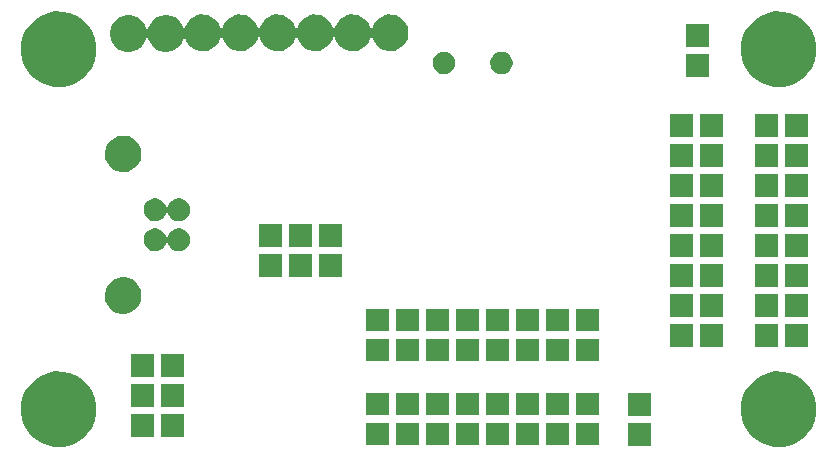
<source format=gbr>
G04 #@! TF.FileFunction,Soldermask,Top*
%FSLAX46Y46*%
G04 Gerber Fmt 4.6, Leading zero omitted, Abs format (unit mm)*
G04 Created by KiCad (PCBNEW no-vcs-found-undefined) date Sun Nov 13 20:57:18 2016*
%MOMM*%
%LPD*%
G01*
G04 APERTURE LIST*
%ADD10C,0.150000*%
G04 APERTURE END LIST*
D10*
G36*
X5416110Y8277872D02*
X6030848Y8151685D01*
X6609363Y7908500D01*
X7129631Y7557574D01*
X7571824Y7112283D01*
X7919105Y6589582D01*
X8158249Y6009378D01*
X8280004Y5394466D01*
X8280004Y5394449D01*
X8280137Y5393776D01*
X8270128Y4676993D01*
X8269977Y4676330D01*
X8269977Y4676306D01*
X8131099Y4065032D01*
X7875851Y3491739D01*
X7514107Y2978933D01*
X7059653Y2546162D01*
X6529787Y2209900D01*
X5944712Y1982964D01*
X5326688Y1873989D01*
X4699273Y1887132D01*
X4086359Y2021890D01*
X3511293Y2273129D01*
X2995980Y2631282D01*
X2560044Y3082706D01*
X2220093Y3610208D01*
X1989075Y4193693D01*
X1875790Y4810936D01*
X1884551Y5438424D01*
X2015027Y6052266D01*
X2262248Y6629075D01*
X2616795Y7146877D01*
X3065163Y7585952D01*
X3590276Y7929576D01*
X4172132Y8164661D01*
X4788571Y8282254D01*
X5416110Y8277872D01*
X5416110Y8277872D01*
G37*
G36*
X66376110Y8277872D02*
X66990848Y8151685D01*
X67569363Y7908500D01*
X68089631Y7557574D01*
X68531824Y7112283D01*
X68879105Y6589582D01*
X69118249Y6009378D01*
X69240004Y5394466D01*
X69240004Y5394449D01*
X69240137Y5393776D01*
X69230128Y4676993D01*
X69229977Y4676330D01*
X69229977Y4676306D01*
X69091099Y4065032D01*
X68835851Y3491739D01*
X68474107Y2978933D01*
X68019653Y2546162D01*
X67489787Y2209900D01*
X66904712Y1982964D01*
X66286688Y1873989D01*
X65659273Y1887132D01*
X65046359Y2021890D01*
X64471293Y2273129D01*
X63955980Y2631282D01*
X63520044Y3082706D01*
X63180093Y3610208D01*
X62949075Y4193693D01*
X62835790Y4810936D01*
X62844551Y5438424D01*
X62975027Y6052266D01*
X63222248Y6629075D01*
X63576795Y7146877D01*
X64025163Y7585952D01*
X64550276Y7929576D01*
X65132132Y8164661D01*
X65748571Y8282254D01*
X66376110Y8277872D01*
X66376110Y8277872D01*
G37*
G36*
X55191000Y1959000D02*
X53267000Y1959000D01*
X53267000Y3883000D01*
X55191000Y3883000D01*
X55191000Y1959000D01*
X55191000Y1959000D01*
G37*
G36*
X35569500Y2022500D02*
X33645500Y2022500D01*
X33645500Y3946500D01*
X35569500Y3946500D01*
X35569500Y2022500D01*
X35569500Y2022500D01*
G37*
G36*
X33029500Y2022500D02*
X31105500Y2022500D01*
X31105500Y3946500D01*
X33029500Y3946500D01*
X33029500Y2022500D01*
X33029500Y2022500D01*
G37*
G36*
X38109500Y2022500D02*
X36185500Y2022500D01*
X36185500Y3946500D01*
X38109500Y3946500D01*
X38109500Y2022500D01*
X38109500Y2022500D01*
G37*
G36*
X40649500Y2022500D02*
X38725500Y2022500D01*
X38725500Y3946500D01*
X40649500Y3946500D01*
X40649500Y2022500D01*
X40649500Y2022500D01*
G37*
G36*
X50809500Y2022500D02*
X48885500Y2022500D01*
X48885500Y3946500D01*
X50809500Y3946500D01*
X50809500Y2022500D01*
X50809500Y2022500D01*
G37*
G36*
X48269500Y2022500D02*
X46345500Y2022500D01*
X46345500Y3946500D01*
X48269500Y3946500D01*
X48269500Y2022500D01*
X48269500Y2022500D01*
G37*
G36*
X45729500Y2022500D02*
X43805500Y2022500D01*
X43805500Y3946500D01*
X45729500Y3946500D01*
X45729500Y2022500D01*
X45729500Y2022500D01*
G37*
G36*
X43189500Y2022500D02*
X41265500Y2022500D01*
X41265500Y3946500D01*
X43189500Y3946500D01*
X43189500Y2022500D01*
X43189500Y2022500D01*
G37*
G36*
X13154000Y2721000D02*
X11230000Y2721000D01*
X11230000Y4645000D01*
X13154000Y4645000D01*
X13154000Y2721000D01*
X13154000Y2721000D01*
G37*
G36*
X15694000Y2721000D02*
X13770000Y2721000D01*
X13770000Y4645000D01*
X15694000Y4645000D01*
X15694000Y2721000D01*
X15694000Y2721000D01*
G37*
G36*
X55191000Y4499000D02*
X53267000Y4499000D01*
X53267000Y6423000D01*
X55191000Y6423000D01*
X55191000Y4499000D01*
X55191000Y4499000D01*
G37*
G36*
X48269500Y4562500D02*
X46345500Y4562500D01*
X46345500Y6486500D01*
X48269500Y6486500D01*
X48269500Y4562500D01*
X48269500Y4562500D01*
G37*
G36*
X43189500Y4562500D02*
X41265500Y4562500D01*
X41265500Y6486500D01*
X43189500Y6486500D01*
X43189500Y4562500D01*
X43189500Y4562500D01*
G37*
G36*
X40649500Y4562500D02*
X38725500Y4562500D01*
X38725500Y6486500D01*
X40649500Y6486500D01*
X40649500Y4562500D01*
X40649500Y4562500D01*
G37*
G36*
X38109500Y4562500D02*
X36185500Y4562500D01*
X36185500Y6486500D01*
X38109500Y6486500D01*
X38109500Y4562500D01*
X38109500Y4562500D01*
G37*
G36*
X35569500Y4562500D02*
X33645500Y4562500D01*
X33645500Y6486500D01*
X35569500Y6486500D01*
X35569500Y4562500D01*
X35569500Y4562500D01*
G37*
G36*
X33029500Y4562500D02*
X31105500Y4562500D01*
X31105500Y6486500D01*
X33029500Y6486500D01*
X33029500Y4562500D01*
X33029500Y4562500D01*
G37*
G36*
X45729500Y4562500D02*
X43805500Y4562500D01*
X43805500Y6486500D01*
X45729500Y6486500D01*
X45729500Y4562500D01*
X45729500Y4562500D01*
G37*
G36*
X50809500Y4562500D02*
X48885500Y4562500D01*
X48885500Y6486500D01*
X50809500Y6486500D01*
X50809500Y4562500D01*
X50809500Y4562500D01*
G37*
G36*
X15694000Y5261000D02*
X13770000Y5261000D01*
X13770000Y7185000D01*
X15694000Y7185000D01*
X15694000Y5261000D01*
X15694000Y5261000D01*
G37*
G36*
X13154000Y5261000D02*
X11230000Y5261000D01*
X11230000Y7185000D01*
X13154000Y7185000D01*
X13154000Y5261000D01*
X13154000Y5261000D01*
G37*
G36*
X15694000Y7801000D02*
X13770000Y7801000D01*
X13770000Y9725000D01*
X15694000Y9725000D01*
X15694000Y7801000D01*
X15694000Y7801000D01*
G37*
G36*
X13154000Y7801000D02*
X11230000Y7801000D01*
X11230000Y9725000D01*
X13154000Y9725000D01*
X13154000Y7801000D01*
X13154000Y7801000D01*
G37*
G36*
X33029500Y9134500D02*
X31105500Y9134500D01*
X31105500Y11058500D01*
X33029500Y11058500D01*
X33029500Y9134500D01*
X33029500Y9134500D01*
G37*
G36*
X43189500Y9134500D02*
X41265500Y9134500D01*
X41265500Y11058500D01*
X43189500Y11058500D01*
X43189500Y9134500D01*
X43189500Y9134500D01*
G37*
G36*
X40649500Y9134500D02*
X38725500Y9134500D01*
X38725500Y11058500D01*
X40649500Y11058500D01*
X40649500Y9134500D01*
X40649500Y9134500D01*
G37*
G36*
X45729500Y9134500D02*
X43805500Y9134500D01*
X43805500Y11058500D01*
X45729500Y11058500D01*
X45729500Y9134500D01*
X45729500Y9134500D01*
G37*
G36*
X50809500Y9134500D02*
X48885500Y9134500D01*
X48885500Y11058500D01*
X50809500Y11058500D01*
X50809500Y9134500D01*
X50809500Y9134500D01*
G37*
G36*
X38109500Y9134500D02*
X36185500Y9134500D01*
X36185500Y11058500D01*
X38109500Y11058500D01*
X38109500Y9134500D01*
X38109500Y9134500D01*
G37*
G36*
X35569500Y9134500D02*
X33645500Y9134500D01*
X33645500Y11058500D01*
X35569500Y11058500D01*
X35569500Y9134500D01*
X35569500Y9134500D01*
G37*
G36*
X48269500Y9134500D02*
X46345500Y9134500D01*
X46345500Y11058500D01*
X48269500Y11058500D01*
X48269500Y9134500D01*
X48269500Y9134500D01*
G37*
G36*
X61287000Y10341000D02*
X59363000Y10341000D01*
X59363000Y12265000D01*
X61287000Y12265000D01*
X61287000Y10341000D01*
X61287000Y10341000D01*
G37*
G36*
X68526000Y10341000D02*
X66602000Y10341000D01*
X66602000Y12265000D01*
X68526000Y12265000D01*
X68526000Y10341000D01*
X68526000Y10341000D01*
G37*
G36*
X65986000Y10341000D02*
X64062000Y10341000D01*
X64062000Y12265000D01*
X65986000Y12265000D01*
X65986000Y10341000D01*
X65986000Y10341000D01*
G37*
G36*
X58747000Y10341000D02*
X56823000Y10341000D01*
X56823000Y12265000D01*
X58747000Y12265000D01*
X58747000Y10341000D01*
X58747000Y10341000D01*
G37*
G36*
X40649500Y11674500D02*
X38725500Y11674500D01*
X38725500Y13598500D01*
X40649500Y13598500D01*
X40649500Y11674500D01*
X40649500Y11674500D01*
G37*
G36*
X38109500Y11674500D02*
X36185500Y11674500D01*
X36185500Y13598500D01*
X38109500Y13598500D01*
X38109500Y11674500D01*
X38109500Y11674500D01*
G37*
G36*
X35569500Y11674500D02*
X33645500Y11674500D01*
X33645500Y13598500D01*
X35569500Y13598500D01*
X35569500Y11674500D01*
X35569500Y11674500D01*
G37*
G36*
X33029500Y11674500D02*
X31105500Y11674500D01*
X31105500Y13598500D01*
X33029500Y13598500D01*
X33029500Y11674500D01*
X33029500Y11674500D01*
G37*
G36*
X43189500Y11674500D02*
X41265500Y11674500D01*
X41265500Y13598500D01*
X43189500Y13598500D01*
X43189500Y11674500D01*
X43189500Y11674500D01*
G37*
G36*
X45729500Y11674500D02*
X43805500Y11674500D01*
X43805500Y13598500D01*
X45729500Y13598500D01*
X45729500Y11674500D01*
X45729500Y11674500D01*
G37*
G36*
X48269500Y11674500D02*
X46345500Y11674500D01*
X46345500Y13598500D01*
X48269500Y13598500D01*
X48269500Y11674500D01*
X48269500Y11674500D01*
G37*
G36*
X50809500Y11674500D02*
X48885500Y11674500D01*
X48885500Y13598500D01*
X50809500Y13598500D01*
X50809500Y11674500D01*
X50809500Y11674500D01*
G37*
G36*
X68526000Y12881000D02*
X66602000Y12881000D01*
X66602000Y14805000D01*
X68526000Y14805000D01*
X68526000Y12881000D01*
X68526000Y12881000D01*
G37*
G36*
X58747000Y12881000D02*
X56823000Y12881000D01*
X56823000Y14805000D01*
X58747000Y14805000D01*
X58747000Y12881000D01*
X58747000Y12881000D01*
G37*
G36*
X61287000Y12881000D02*
X59363000Y12881000D01*
X59363000Y14805000D01*
X61287000Y14805000D01*
X61287000Y12881000D01*
X61287000Y12881000D01*
G37*
G36*
X65986000Y12881000D02*
X64062000Y12881000D01*
X64062000Y14805000D01*
X65986000Y14805000D01*
X65986000Y12881000D01*
X65986000Y12881000D01*
G37*
G36*
X10703805Y16250501D02*
X11001572Y16189379D01*
X11281791Y16071586D01*
X11533799Y15901604D01*
X11747987Y15685916D01*
X11916202Y15432731D01*
X12032039Y15151691D01*
X12090944Y14854196D01*
X12090944Y14854179D01*
X12091077Y14853506D01*
X12086229Y14506312D01*
X12086077Y14505644D01*
X12086077Y14505625D01*
X12018889Y14209895D01*
X11895248Y13932193D01*
X11720032Y13683810D01*
X11499903Y13474183D01*
X11243244Y13311303D01*
X10959850Y13201381D01*
X10660490Y13148596D01*
X10356584Y13154962D01*
X10059701Y13220236D01*
X9781152Y13341931D01*
X9531545Y13515412D01*
X9320387Y13734073D01*
X9155721Y13989584D01*
X9043821Y14272212D01*
X8988948Y14571192D01*
X8993192Y14875132D01*
X9056392Y15172464D01*
X9176141Y15451861D01*
X9347876Y15702672D01*
X9565056Y15915351D01*
X9819408Y16081794D01*
X10101247Y16195665D01*
X10399838Y16252624D01*
X10703805Y16250501D01*
X10703805Y16250501D01*
G37*
G36*
X65986000Y15421000D02*
X64062000Y15421000D01*
X64062000Y17345000D01*
X65986000Y17345000D01*
X65986000Y15421000D01*
X65986000Y15421000D01*
G37*
G36*
X68526000Y15421000D02*
X66602000Y15421000D01*
X66602000Y17345000D01*
X68526000Y17345000D01*
X68526000Y15421000D01*
X68526000Y15421000D01*
G37*
G36*
X61287000Y15421000D02*
X59363000Y15421000D01*
X59363000Y17345000D01*
X61287000Y17345000D01*
X61287000Y15421000D01*
X61287000Y15421000D01*
G37*
G36*
X58747000Y15421000D02*
X56823000Y15421000D01*
X56823000Y17345000D01*
X58747000Y17345000D01*
X58747000Y15421000D01*
X58747000Y15421000D01*
G37*
G36*
X26489000Y16310000D02*
X24565000Y16310000D01*
X24565000Y18234000D01*
X26489000Y18234000D01*
X26489000Y16310000D01*
X26489000Y16310000D01*
G37*
G36*
X23949000Y16310000D02*
X22025000Y16310000D01*
X22025000Y18234000D01*
X23949000Y18234000D01*
X23949000Y16310000D01*
X23949000Y16310000D01*
G37*
G36*
X29029000Y16310000D02*
X27105000Y16310000D01*
X27105000Y18234000D01*
X29029000Y18234000D01*
X29029000Y16310000D01*
X29029000Y16310000D01*
G37*
G36*
X58747000Y17961000D02*
X56823000Y17961000D01*
X56823000Y19885000D01*
X58747000Y19885000D01*
X58747000Y17961000D01*
X58747000Y17961000D01*
G37*
G36*
X68526000Y17961000D02*
X66602000Y17961000D01*
X66602000Y19885000D01*
X68526000Y19885000D01*
X68526000Y17961000D01*
X68526000Y17961000D01*
G37*
G36*
X61287000Y17961000D02*
X59363000Y17961000D01*
X59363000Y19885000D01*
X61287000Y19885000D01*
X61287000Y17961000D01*
X61287000Y17961000D01*
G37*
G36*
X65986000Y17961000D02*
X64062000Y17961000D01*
X64062000Y19885000D01*
X65986000Y19885000D01*
X65986000Y17961000D01*
X65986000Y17961000D01*
G37*
G36*
X15341043Y20392363D02*
X15525852Y20354428D01*
X15699766Y20281321D01*
X15856174Y20175823D01*
X15989107Y20041958D01*
X16093508Y19884821D01*
X16165402Y19710395D01*
X16201909Y19526019D01*
X16201909Y19526002D01*
X16202042Y19525329D01*
X16199033Y19309846D01*
X16198881Y19309178D01*
X16198881Y19309159D01*
X16157241Y19125877D01*
X16080503Y18953521D01*
X15971758Y18799366D01*
X15835136Y18669264D01*
X15675841Y18568172D01*
X15499958Y18499951D01*
X15314160Y18467189D01*
X15125544Y18471141D01*
X14941285Y18511653D01*
X14768406Y18587182D01*
X14613490Y18694851D01*
X14482436Y18830561D01*
X14380237Y18989143D01*
X14334673Y19104225D01*
X14325704Y19121657D01*
X14313508Y19137004D01*
X14298551Y19149677D01*
X14281410Y19159188D01*
X14262742Y19165173D01*
X14243266Y19167401D01*
X14223729Y19165786D01*
X14204883Y19160391D01*
X14187451Y19151422D01*
X14172104Y19139226D01*
X14159431Y19124269D01*
X14150340Y19108087D01*
X14081523Y18953521D01*
X13972778Y18799366D01*
X13836156Y18669264D01*
X13676861Y18568172D01*
X13500978Y18499951D01*
X13315180Y18467189D01*
X13126564Y18471141D01*
X12942305Y18511653D01*
X12769426Y18587182D01*
X12614510Y18694851D01*
X12483456Y18830561D01*
X12381257Y18989143D01*
X12311807Y19164554D01*
X12277751Y19350113D01*
X12280384Y19538750D01*
X12319610Y19723293D01*
X12393928Y19896690D01*
X12500517Y20052358D01*
X12635305Y20184352D01*
X12793173Y20287658D01*
X12968089Y20358329D01*
X13153408Y20393681D01*
X13342063Y20392363D01*
X13526872Y20354428D01*
X13700786Y20281321D01*
X13857194Y20175823D01*
X13990127Y20041958D01*
X14094528Y19884821D01*
X14147656Y19755924D01*
X14156867Y19738619D01*
X14169277Y19723444D01*
X14184409Y19710981D01*
X14201681Y19701710D01*
X14220431Y19695987D01*
X14239936Y19694031D01*
X14259449Y19695919D01*
X14278218Y19701576D01*
X14295523Y19710787D01*
X14310698Y19723197D01*
X14323161Y19738329D01*
X14332024Y19754637D01*
X14392908Y19896690D01*
X14499497Y20052358D01*
X14634285Y20184352D01*
X14792153Y20287658D01*
X14967069Y20358329D01*
X15152388Y20393681D01*
X15341043Y20392363D01*
X15341043Y20392363D01*
G37*
G36*
X23949000Y18850000D02*
X22025000Y18850000D01*
X22025000Y20774000D01*
X23949000Y20774000D01*
X23949000Y18850000D01*
X23949000Y18850000D01*
G37*
G36*
X26489000Y18850000D02*
X24565000Y18850000D01*
X24565000Y20774000D01*
X26489000Y20774000D01*
X26489000Y18850000D01*
X26489000Y18850000D01*
G37*
G36*
X29029000Y18850000D02*
X27105000Y18850000D01*
X27105000Y20774000D01*
X29029000Y20774000D01*
X29029000Y18850000D01*
X29029000Y18850000D01*
G37*
G36*
X68526000Y20501000D02*
X66602000Y20501000D01*
X66602000Y22425000D01*
X68526000Y22425000D01*
X68526000Y20501000D01*
X68526000Y20501000D01*
G37*
G36*
X58747000Y20501000D02*
X56823000Y20501000D01*
X56823000Y22425000D01*
X58747000Y22425000D01*
X58747000Y20501000D01*
X58747000Y20501000D01*
G37*
G36*
X61287000Y20501000D02*
X59363000Y20501000D01*
X59363000Y22425000D01*
X61287000Y22425000D01*
X61287000Y20501000D01*
X61287000Y20501000D01*
G37*
G36*
X65986000Y20501000D02*
X64062000Y20501000D01*
X64062000Y22425000D01*
X65986000Y22425000D01*
X65986000Y20501000D01*
X65986000Y20501000D01*
G37*
G36*
X15341043Y22932363D02*
X15525852Y22894428D01*
X15699766Y22821321D01*
X15856174Y22715823D01*
X15989107Y22581958D01*
X16093508Y22424821D01*
X16165402Y22250395D01*
X16201909Y22066019D01*
X16201909Y22066002D01*
X16202042Y22065329D01*
X16199033Y21849846D01*
X16198881Y21849178D01*
X16198881Y21849159D01*
X16157241Y21665877D01*
X16080503Y21493521D01*
X15971758Y21339366D01*
X15835136Y21209264D01*
X15675841Y21108172D01*
X15499958Y21039951D01*
X15314160Y21007189D01*
X15125544Y21011141D01*
X14941285Y21051653D01*
X14768406Y21127182D01*
X14613490Y21234851D01*
X14482436Y21370561D01*
X14380237Y21529143D01*
X14334673Y21644225D01*
X14325704Y21661657D01*
X14313508Y21677004D01*
X14298551Y21689677D01*
X14281410Y21699188D01*
X14262742Y21705173D01*
X14243266Y21707401D01*
X14223729Y21705786D01*
X14204883Y21700391D01*
X14187451Y21691422D01*
X14172104Y21679226D01*
X14159431Y21664269D01*
X14150340Y21648087D01*
X14081523Y21493521D01*
X13972778Y21339366D01*
X13836156Y21209264D01*
X13676861Y21108172D01*
X13500978Y21039951D01*
X13315180Y21007189D01*
X13126564Y21011141D01*
X12942305Y21051653D01*
X12769426Y21127182D01*
X12614510Y21234851D01*
X12483456Y21370561D01*
X12381257Y21529143D01*
X12311807Y21704554D01*
X12277751Y21890113D01*
X12280384Y22078750D01*
X12319610Y22263293D01*
X12393928Y22436690D01*
X12500517Y22592358D01*
X12635305Y22724352D01*
X12793173Y22827658D01*
X12968089Y22898329D01*
X13153408Y22933681D01*
X13342063Y22932363D01*
X13526872Y22894428D01*
X13700786Y22821321D01*
X13857194Y22715823D01*
X13990127Y22581958D01*
X14094528Y22424821D01*
X14147656Y22295924D01*
X14156867Y22278619D01*
X14169277Y22263444D01*
X14184409Y22250981D01*
X14201681Y22241710D01*
X14220431Y22235987D01*
X14239936Y22234031D01*
X14259449Y22235919D01*
X14278218Y22241576D01*
X14295523Y22250787D01*
X14310698Y22263197D01*
X14323161Y22278329D01*
X14332024Y22294637D01*
X14392908Y22436690D01*
X14499497Y22592358D01*
X14634285Y22724352D01*
X14792153Y22827658D01*
X14967069Y22898329D01*
X15152388Y22933681D01*
X15341043Y22932363D01*
X15341043Y22932363D01*
G37*
G36*
X58747000Y23041000D02*
X56823000Y23041000D01*
X56823000Y24965000D01*
X58747000Y24965000D01*
X58747000Y23041000D01*
X58747000Y23041000D01*
G37*
G36*
X61287000Y23041000D02*
X59363000Y23041000D01*
X59363000Y24965000D01*
X61287000Y24965000D01*
X61287000Y23041000D01*
X61287000Y23041000D01*
G37*
G36*
X65986000Y23041000D02*
X64062000Y23041000D01*
X64062000Y24965000D01*
X65986000Y24965000D01*
X65986000Y23041000D01*
X65986000Y23041000D01*
G37*
G36*
X68526000Y23041000D02*
X66602000Y23041000D01*
X66602000Y24965000D01*
X68526000Y24965000D01*
X68526000Y23041000D01*
X68526000Y23041000D01*
G37*
G36*
X10703805Y28249461D02*
X11001572Y28188339D01*
X11281791Y28070546D01*
X11533799Y27900564D01*
X11747987Y27684876D01*
X11916202Y27431691D01*
X12032039Y27150651D01*
X12090944Y26853156D01*
X12090944Y26853139D01*
X12091077Y26852466D01*
X12086229Y26505272D01*
X12086077Y26504604D01*
X12086077Y26504585D01*
X12018889Y26208855D01*
X11895248Y25931153D01*
X11720032Y25682770D01*
X11499903Y25473143D01*
X11243244Y25310263D01*
X10959850Y25200341D01*
X10660490Y25147556D01*
X10356584Y25153922D01*
X10059701Y25219196D01*
X9781152Y25340891D01*
X9531545Y25514372D01*
X9320387Y25733033D01*
X9155721Y25988544D01*
X9043821Y26271172D01*
X8988948Y26570152D01*
X8993192Y26874092D01*
X9056392Y27171424D01*
X9176141Y27450821D01*
X9347876Y27701632D01*
X9565056Y27914311D01*
X9819408Y28080754D01*
X10101247Y28194625D01*
X10399838Y28251584D01*
X10703805Y28249461D01*
X10703805Y28249461D01*
G37*
G36*
X58747000Y25581000D02*
X56823000Y25581000D01*
X56823000Y27505000D01*
X58747000Y27505000D01*
X58747000Y25581000D01*
X58747000Y25581000D01*
G37*
G36*
X68526000Y25581000D02*
X66602000Y25581000D01*
X66602000Y27505000D01*
X68526000Y27505000D01*
X68526000Y25581000D01*
X68526000Y25581000D01*
G37*
G36*
X65986000Y25581000D02*
X64062000Y25581000D01*
X64062000Y27505000D01*
X65986000Y27505000D01*
X65986000Y25581000D01*
X65986000Y25581000D01*
G37*
G36*
X61287000Y25581000D02*
X59363000Y25581000D01*
X59363000Y27505000D01*
X61287000Y27505000D01*
X61287000Y25581000D01*
X61287000Y25581000D01*
G37*
G36*
X58747000Y28121000D02*
X56823000Y28121000D01*
X56823000Y30045000D01*
X58747000Y30045000D01*
X58747000Y28121000D01*
X58747000Y28121000D01*
G37*
G36*
X61287000Y28121000D02*
X59363000Y28121000D01*
X59363000Y30045000D01*
X61287000Y30045000D01*
X61287000Y28121000D01*
X61287000Y28121000D01*
G37*
G36*
X68526000Y28121000D02*
X66602000Y28121000D01*
X66602000Y30045000D01*
X68526000Y30045000D01*
X68526000Y28121000D01*
X68526000Y28121000D01*
G37*
G36*
X65986000Y28121000D02*
X64062000Y28121000D01*
X64062000Y30045000D01*
X65986000Y30045000D01*
X65986000Y28121000D01*
X65986000Y28121000D01*
G37*
G36*
X5416110Y38757872D02*
X6030848Y38631685D01*
X6609363Y38388500D01*
X7129631Y38037574D01*
X7571824Y37592283D01*
X7919105Y37069582D01*
X8158249Y36489378D01*
X8280004Y35874466D01*
X8280004Y35874449D01*
X8280137Y35873776D01*
X8270128Y35156993D01*
X8269977Y35156330D01*
X8269977Y35156306D01*
X8131099Y34545032D01*
X7875851Y33971739D01*
X7514107Y33458933D01*
X7059653Y33026162D01*
X6529787Y32689900D01*
X5944712Y32462964D01*
X5326688Y32353989D01*
X4699273Y32367132D01*
X4086359Y32501890D01*
X3511293Y32753129D01*
X2995980Y33111282D01*
X2560044Y33562706D01*
X2220093Y34090208D01*
X1989075Y34673693D01*
X1875790Y35290936D01*
X1884551Y35918424D01*
X2015027Y36532266D01*
X2262248Y37109075D01*
X2616795Y37626877D01*
X3065163Y38065952D01*
X3590276Y38409576D01*
X4172132Y38644661D01*
X4788571Y38762254D01*
X5416110Y38757872D01*
X5416110Y38757872D01*
G37*
G36*
X66376110Y38757872D02*
X66990848Y38631685D01*
X67569363Y38388500D01*
X68089631Y38037574D01*
X68531824Y37592283D01*
X68879105Y37069582D01*
X69118249Y36489378D01*
X69240004Y35874466D01*
X69240004Y35874449D01*
X69240137Y35873776D01*
X69230128Y35156993D01*
X69229977Y35156330D01*
X69229977Y35156306D01*
X69091099Y34545032D01*
X68835851Y33971739D01*
X68474107Y33458933D01*
X68019653Y33026162D01*
X67489787Y32689900D01*
X66904712Y32462964D01*
X66286688Y32353989D01*
X65659273Y32367132D01*
X65046359Y32501890D01*
X64471293Y32753129D01*
X63955980Y33111282D01*
X63520044Y33562706D01*
X63180093Y34090208D01*
X62949075Y34673693D01*
X62835790Y35290936D01*
X62844551Y35918424D01*
X62975027Y36532266D01*
X63222248Y37109075D01*
X63576795Y37626877D01*
X64025163Y38065952D01*
X64550276Y38409576D01*
X65132132Y38644661D01*
X65748571Y38762254D01*
X66376110Y38757872D01*
X66376110Y38757872D01*
G37*
G36*
X60144000Y33201000D02*
X58220000Y33201000D01*
X58220000Y35125000D01*
X60144000Y35125000D01*
X60144000Y33201000D01*
X60144000Y33201000D01*
G37*
G36*
X37790908Y35366940D02*
X37973513Y35329456D01*
X38145361Y35257219D01*
X38299912Y35152973D01*
X38431266Y35020699D01*
X38534426Y34865429D01*
X38605467Y34693071D01*
X38641538Y34510901D01*
X38641538Y34510876D01*
X38641670Y34510208D01*
X38638697Y34297286D01*
X38638546Y34296623D01*
X38638546Y34296599D01*
X38597401Y34115498D01*
X38521579Y33945199D01*
X38414123Y33792872D01*
X38279125Y33664314D01*
X38121722Y33564424D01*
X37947929Y33497014D01*
X37764339Y33464641D01*
X37577962Y33468546D01*
X37395895Y33508575D01*
X37225072Y33583206D01*
X37071992Y33689600D01*
X36942498Y33823695D01*
X36841513Y33980393D01*
X36772888Y34153720D01*
X36739236Y34337074D01*
X36741839Y34523470D01*
X36780598Y34705820D01*
X36854033Y34877157D01*
X36959355Y35030975D01*
X37092545Y35161403D01*
X37248530Y35263477D01*
X37421372Y35333311D01*
X37604489Y35368242D01*
X37790908Y35366940D01*
X37790908Y35366940D01*
G37*
G36*
X42672788Y35366940D02*
X42855393Y35329456D01*
X43027241Y35257219D01*
X43181792Y35152973D01*
X43313146Y35020699D01*
X43416306Y34865429D01*
X43487347Y34693071D01*
X43523418Y34510901D01*
X43523418Y34510876D01*
X43523550Y34510208D01*
X43520577Y34297286D01*
X43520426Y34296623D01*
X43520426Y34296599D01*
X43479281Y34115498D01*
X43403459Y33945199D01*
X43296003Y33792872D01*
X43161005Y33664314D01*
X43003602Y33564424D01*
X42829809Y33497014D01*
X42646219Y33464641D01*
X42459842Y33468546D01*
X42277775Y33508575D01*
X42106952Y33583206D01*
X41953872Y33689600D01*
X41824378Y33823695D01*
X41723393Y33980393D01*
X41654768Y34153720D01*
X41621116Y34337074D01*
X41623719Y34523470D01*
X41662478Y34705820D01*
X41735913Y34877157D01*
X41841235Y35030975D01*
X41974425Y35161403D01*
X42130410Y35263477D01*
X42303252Y35333311D01*
X42486369Y35368242D01*
X42672788Y35366940D01*
X42672788Y35366940D01*
G37*
G36*
X33309804Y38505971D02*
X33607569Y38444849D01*
X33887786Y38327057D01*
X34139793Y38157077D01*
X34353980Y37941389D01*
X34522193Y37688206D01*
X34638030Y37407165D01*
X34696934Y37109678D01*
X34696934Y37109658D01*
X34697067Y37108985D01*
X34692219Y36761793D01*
X34692067Y36761125D01*
X34692067Y36761107D01*
X34624878Y36465375D01*
X34501241Y36187680D01*
X34326025Y35939296D01*
X34105897Y35729671D01*
X33849240Y35566792D01*
X33565848Y35456871D01*
X33266489Y35404085D01*
X32962585Y35410452D01*
X32665704Y35475726D01*
X32387159Y35597418D01*
X32137550Y35770902D01*
X31926395Y35989559D01*
X31761731Y36245068D01*
X31650700Y36525497D01*
X31641731Y36542928D01*
X31629534Y36558275D01*
X31614578Y36570948D01*
X31597437Y36580460D01*
X31578769Y36586444D01*
X31559292Y36588672D01*
X31539756Y36587057D01*
X31520909Y36581662D01*
X31503478Y36572693D01*
X31488131Y36560496D01*
X31475458Y36545540D01*
X31465946Y36528399D01*
X31460207Y36510838D01*
X31449879Y36465376D01*
X31326241Y36187680D01*
X31151025Y35939296D01*
X30930897Y35729671D01*
X30674240Y35566792D01*
X30390848Y35456871D01*
X30091489Y35404085D01*
X29787585Y35410452D01*
X29490704Y35475726D01*
X29212159Y35597418D01*
X28962550Y35770902D01*
X28751395Y35989559D01*
X28586731Y36245068D01*
X28475700Y36525497D01*
X28466731Y36542928D01*
X28454534Y36558275D01*
X28439578Y36570948D01*
X28422437Y36580460D01*
X28403769Y36586444D01*
X28384292Y36588672D01*
X28364756Y36587057D01*
X28345909Y36581662D01*
X28328478Y36572693D01*
X28313131Y36560496D01*
X28300458Y36545540D01*
X28290946Y36528399D01*
X28285207Y36510838D01*
X28274879Y36465376D01*
X28151241Y36187680D01*
X27976025Y35939296D01*
X27755897Y35729671D01*
X27499240Y35566792D01*
X27215848Y35456871D01*
X26916489Y35404085D01*
X26612585Y35410452D01*
X26315704Y35475726D01*
X26037159Y35597418D01*
X25787550Y35770902D01*
X25576395Y35989559D01*
X25411731Y36245068D01*
X25300700Y36525497D01*
X25291731Y36542928D01*
X25279534Y36558275D01*
X25264578Y36570948D01*
X25247437Y36580460D01*
X25228769Y36586444D01*
X25209292Y36588672D01*
X25189756Y36587057D01*
X25170909Y36581662D01*
X25153478Y36572693D01*
X25138131Y36560496D01*
X25125458Y36545540D01*
X25115946Y36528399D01*
X25110207Y36510838D01*
X25099879Y36465376D01*
X24976241Y36187680D01*
X24801025Y35939296D01*
X24580897Y35729671D01*
X24324240Y35566792D01*
X24040848Y35456871D01*
X23741489Y35404085D01*
X23437585Y35410452D01*
X23140704Y35475726D01*
X22862159Y35597418D01*
X22612550Y35770902D01*
X22401395Y35989559D01*
X22236731Y36245068D01*
X22125700Y36525497D01*
X22116731Y36542928D01*
X22104534Y36558275D01*
X22089578Y36570948D01*
X22072437Y36580460D01*
X22053769Y36586444D01*
X22034292Y36588672D01*
X22014756Y36587057D01*
X21995909Y36581662D01*
X21978478Y36572693D01*
X21963131Y36560496D01*
X21950458Y36545540D01*
X21940946Y36528399D01*
X21935207Y36510838D01*
X21924879Y36465376D01*
X21801241Y36187680D01*
X21626025Y35939296D01*
X21405897Y35729671D01*
X21149240Y35566792D01*
X20865848Y35456871D01*
X20566489Y35404085D01*
X20262585Y35410452D01*
X19965704Y35475726D01*
X19687159Y35597418D01*
X19437550Y35770902D01*
X19226395Y35989559D01*
X19061731Y36245068D01*
X18950700Y36525497D01*
X18941731Y36542928D01*
X18929534Y36558275D01*
X18914578Y36570948D01*
X18897437Y36580460D01*
X18878769Y36586444D01*
X18859292Y36588672D01*
X18839756Y36587057D01*
X18820909Y36581662D01*
X18803478Y36572693D01*
X18788131Y36560496D01*
X18775458Y36545540D01*
X18765946Y36528399D01*
X18760207Y36510838D01*
X18749879Y36465376D01*
X18626241Y36187680D01*
X18451025Y35939296D01*
X18230897Y35729671D01*
X17974240Y35566792D01*
X17690848Y35456871D01*
X17391489Y35404085D01*
X17087585Y35410452D01*
X16790704Y35475726D01*
X16512159Y35597418D01*
X16262550Y35770902D01*
X16051395Y35989559D01*
X15886731Y36245068D01*
X15824544Y36402132D01*
X15815575Y36419563D01*
X15803378Y36434911D01*
X15788422Y36447583D01*
X15771280Y36457095D01*
X15752613Y36463079D01*
X15733136Y36465307D01*
X15713600Y36463692D01*
X15694753Y36458297D01*
X15677322Y36449328D01*
X15661974Y36437131D01*
X15649302Y36422175D01*
X15640211Y36405992D01*
X15514741Y36124180D01*
X15339525Y35875796D01*
X15119397Y35666171D01*
X14862740Y35503292D01*
X14579348Y35393371D01*
X14279989Y35340585D01*
X13976085Y35346952D01*
X13679204Y35412226D01*
X13400659Y35533918D01*
X13151050Y35707402D01*
X12939895Y35926059D01*
X12775231Y36181568D01*
X12664200Y36461997D01*
X12655231Y36479428D01*
X12643034Y36494775D01*
X12628078Y36507448D01*
X12610937Y36516960D01*
X12592269Y36522944D01*
X12572792Y36525172D01*
X12553256Y36523557D01*
X12534409Y36518162D01*
X12516978Y36509193D01*
X12501631Y36496996D01*
X12488958Y36482040D01*
X12479446Y36464899D01*
X12473707Y36447338D01*
X12463379Y36401876D01*
X12339741Y36124180D01*
X12164525Y35875796D01*
X11944397Y35666171D01*
X11687740Y35503292D01*
X11404348Y35393371D01*
X11104989Y35340585D01*
X10801085Y35346952D01*
X10504204Y35412226D01*
X10225659Y35533918D01*
X9976050Y35707402D01*
X9764895Y35926059D01*
X9600231Y36181568D01*
X9488329Y36464197D01*
X9433458Y36763171D01*
X9437702Y37067111D01*
X9500902Y37364446D01*
X9620647Y37643832D01*
X9792384Y37894646D01*
X10009559Y38107320D01*
X10263917Y38273767D01*
X10545749Y38387635D01*
X10844339Y38444594D01*
X11148304Y38442471D01*
X11446069Y38381349D01*
X11726286Y38263557D01*
X11978293Y38093577D01*
X12192480Y37877889D01*
X12360693Y37624706D01*
X12477718Y37340783D01*
X12481601Y37327939D01*
X12490826Y37310642D01*
X12503249Y37295477D01*
X12518391Y37283027D01*
X12535672Y37273770D01*
X12554426Y37268062D01*
X12573933Y37266123D01*
X12593444Y37268027D01*
X12612208Y37273700D01*
X12629505Y37282925D01*
X12644670Y37295348D01*
X12657120Y37310490D01*
X12666377Y37327771D01*
X12671838Y37345330D01*
X12675901Y37364442D01*
X12795647Y37643832D01*
X12967384Y37894646D01*
X13184559Y38107320D01*
X13438917Y38273767D01*
X13720749Y38387635D01*
X14019339Y38444594D01*
X14323304Y38442471D01*
X14621069Y38381349D01*
X14901286Y38263557D01*
X15153293Y38093577D01*
X15367480Y37877889D01*
X15535693Y37624706D01*
X15609777Y37444965D01*
X15618988Y37427660D01*
X15631398Y37412485D01*
X15646530Y37400022D01*
X15663802Y37390751D01*
X15682552Y37385028D01*
X15702057Y37383072D01*
X15721570Y37384960D01*
X15740339Y37390617D01*
X15757644Y37399828D01*
X15772819Y37412238D01*
X15785282Y37427370D01*
X15794145Y37443678D01*
X15907147Y37707332D01*
X16078884Y37958146D01*
X16296059Y38170820D01*
X16550417Y38337267D01*
X16832249Y38451135D01*
X17130839Y38508094D01*
X17434804Y38505971D01*
X17732569Y38444849D01*
X18012786Y38327057D01*
X18264793Y38157077D01*
X18478980Y37941389D01*
X18647193Y37688206D01*
X18764218Y37404283D01*
X18768101Y37391439D01*
X18777326Y37374142D01*
X18789749Y37358977D01*
X18804891Y37346527D01*
X18822172Y37337270D01*
X18840926Y37331562D01*
X18860433Y37329623D01*
X18879944Y37331527D01*
X18898708Y37337200D01*
X18916005Y37346425D01*
X18931170Y37358848D01*
X18943620Y37373990D01*
X18952877Y37391271D01*
X18958338Y37408830D01*
X18962401Y37427942D01*
X19082147Y37707332D01*
X19253884Y37958146D01*
X19471059Y38170820D01*
X19725417Y38337267D01*
X20007249Y38451135D01*
X20305839Y38508094D01*
X20609804Y38505971D01*
X20907569Y38444849D01*
X21187786Y38327057D01*
X21439793Y38157077D01*
X21653980Y37941389D01*
X21822193Y37688206D01*
X21939218Y37404283D01*
X21943101Y37391439D01*
X21952326Y37374142D01*
X21964749Y37358977D01*
X21979891Y37346527D01*
X21997172Y37337270D01*
X22015926Y37331562D01*
X22035433Y37329623D01*
X22054944Y37331527D01*
X22073708Y37337200D01*
X22091005Y37346425D01*
X22106170Y37358848D01*
X22118620Y37373990D01*
X22127877Y37391271D01*
X22133338Y37408830D01*
X22137401Y37427942D01*
X22257147Y37707332D01*
X22428884Y37958146D01*
X22646059Y38170820D01*
X22900417Y38337267D01*
X23182249Y38451135D01*
X23480839Y38508094D01*
X23784804Y38505971D01*
X24082569Y38444849D01*
X24362786Y38327057D01*
X24614793Y38157077D01*
X24828980Y37941389D01*
X24997193Y37688206D01*
X25114218Y37404283D01*
X25118101Y37391439D01*
X25127326Y37374142D01*
X25139749Y37358977D01*
X25154891Y37346527D01*
X25172172Y37337270D01*
X25190926Y37331562D01*
X25210433Y37329623D01*
X25229944Y37331527D01*
X25248708Y37337200D01*
X25266005Y37346425D01*
X25281170Y37358848D01*
X25293620Y37373990D01*
X25302877Y37391271D01*
X25308338Y37408830D01*
X25312401Y37427942D01*
X25432147Y37707332D01*
X25603884Y37958146D01*
X25821059Y38170820D01*
X26075417Y38337267D01*
X26357249Y38451135D01*
X26655839Y38508094D01*
X26959804Y38505971D01*
X27257569Y38444849D01*
X27537786Y38327057D01*
X27789793Y38157077D01*
X28003980Y37941389D01*
X28172193Y37688206D01*
X28289218Y37404283D01*
X28293101Y37391439D01*
X28302326Y37374142D01*
X28314749Y37358977D01*
X28329891Y37346527D01*
X28347172Y37337270D01*
X28365926Y37331562D01*
X28385433Y37329623D01*
X28404944Y37331527D01*
X28423708Y37337200D01*
X28441005Y37346425D01*
X28456170Y37358848D01*
X28468620Y37373990D01*
X28477877Y37391271D01*
X28483338Y37408830D01*
X28487401Y37427942D01*
X28607147Y37707332D01*
X28778884Y37958146D01*
X28996059Y38170820D01*
X29250417Y38337267D01*
X29532249Y38451135D01*
X29830839Y38508094D01*
X30134804Y38505971D01*
X30432569Y38444849D01*
X30712786Y38327057D01*
X30964793Y38157077D01*
X31178980Y37941389D01*
X31347193Y37688206D01*
X31464218Y37404283D01*
X31468101Y37391439D01*
X31477326Y37374142D01*
X31489749Y37358977D01*
X31504891Y37346527D01*
X31522172Y37337270D01*
X31540926Y37331562D01*
X31560433Y37329623D01*
X31579944Y37331527D01*
X31598708Y37337200D01*
X31616005Y37346425D01*
X31631170Y37358848D01*
X31643620Y37373990D01*
X31652877Y37391271D01*
X31658338Y37408830D01*
X31662401Y37427942D01*
X31782147Y37707332D01*
X31953884Y37958146D01*
X32171059Y38170820D01*
X32425417Y38337267D01*
X32707249Y38451135D01*
X33005839Y38508094D01*
X33309804Y38505971D01*
X33309804Y38505971D01*
G37*
G36*
X60144000Y35741000D02*
X58220000Y35741000D01*
X58220000Y37665000D01*
X60144000Y37665000D01*
X60144000Y35741000D01*
X60144000Y35741000D01*
G37*
M02*

</source>
